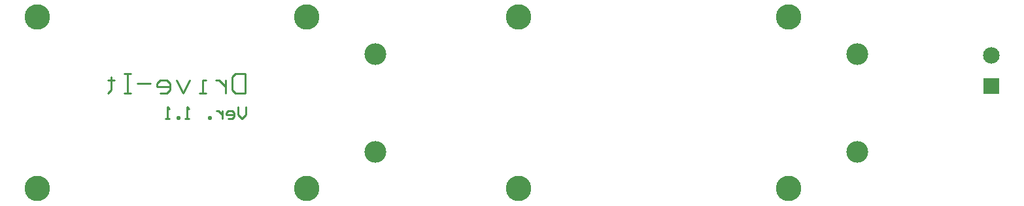
<source format=gbl>
G04*
G04 #@! TF.GenerationSoftware,Altium Limited,Altium Designer,24.0.1 (36)*
G04*
G04 Layer_Physical_Order=2*
G04 Layer_Color=16711680*
%FSLAX44Y44*%
%MOMM*%
G71*
G04*
G04 #@! TF.SameCoordinates,01A87E56-E8FB-47F9-89C4-8A0F53075384*
G04*
G04*
G04 #@! TF.FilePolarity,Positive*
G04*
G01*
G75*
%ADD12C,0.2540*%
%ADD18C,2.8194*%
%ADD19R,2.1500X2.1500*%
%ADD20C,2.1500*%
%ADD21C,3.3020*%
D12*
X416560Y290822D02*
Y265430D01*
X403864D01*
X399632Y269662D01*
Y286590D01*
X403864Y290822D01*
X416560D01*
X391168Y282358D02*
Y265430D01*
Y273894D01*
X386936Y278126D01*
X382704Y282358D01*
X378472D01*
X365776Y265430D02*
X357313D01*
X361544D01*
Y282358D01*
X365776D01*
X344617D02*
X336153Y265430D01*
X327689Y282358D01*
X306529Y265430D02*
X314993D01*
X319225Y269662D01*
Y278126D01*
X314993Y282358D01*
X306529D01*
X302297Y278126D01*
Y273894D01*
X319225D01*
X293833Y278126D02*
X276905D01*
X268441Y290822D02*
X259977D01*
X264209D01*
Y265430D01*
X268441D01*
X259977D01*
X243049Y286590D02*
Y282358D01*
X247281D01*
X238817D01*
X243049D01*
Y269662D01*
X238817Y265430D01*
X417830Y247645D02*
Y237488D01*
X412752Y232410D01*
X407673Y237488D01*
Y247645D01*
X394977Y232410D02*
X400056D01*
X402595Y234949D01*
Y240028D01*
X400056Y242567D01*
X394977D01*
X392438Y240028D01*
Y237488D01*
X402595D01*
X387360Y242567D02*
Y232410D01*
Y237488D01*
X384821Y240028D01*
X382281Y242567D01*
X379742D01*
X372125Y232410D02*
Y234949D01*
X369586D01*
Y232410D01*
X372125D01*
X344194D02*
X339115D01*
X341655D01*
Y247645D01*
X344194Y245106D01*
X331498Y232410D02*
Y234949D01*
X328959D01*
Y232410D01*
X331498D01*
X318802D02*
X313724D01*
X316263D01*
Y247645D01*
X318802Y245106D01*
D18*
X1209040Y189298D02*
D03*
Y316297D02*
D03*
X585470Y189298D02*
D03*
Y316297D02*
D03*
D19*
X1383000Y274406D02*
D03*
D20*
Y314006D02*
D03*
D21*
X770890Y141672D02*
D03*
Y363923D02*
D03*
X1120140D02*
D03*
Y141672D02*
D03*
X147320D02*
D03*
Y363923D02*
D03*
X496570D02*
D03*
Y141672D02*
D03*
M02*

</source>
